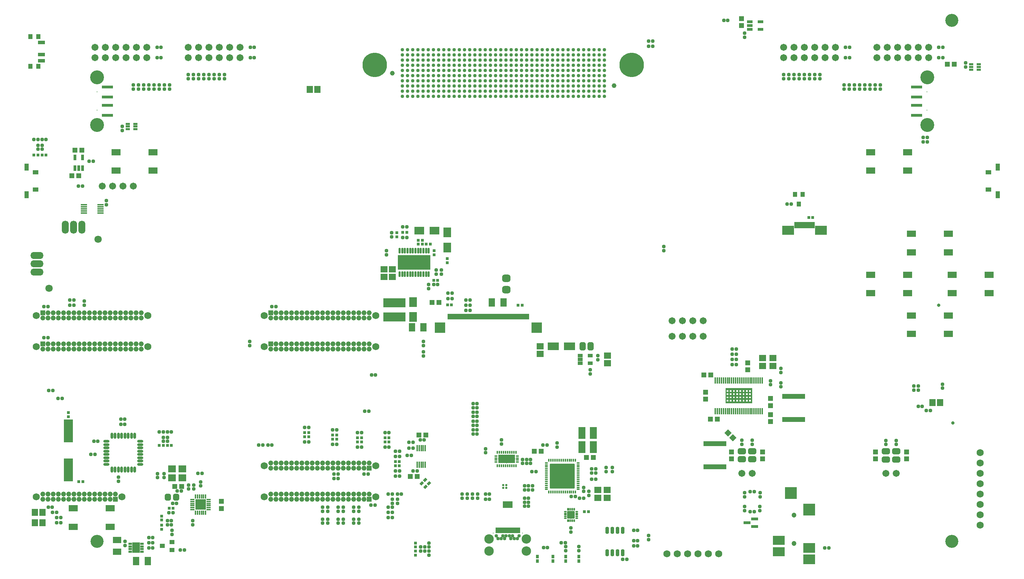
<source format=gts>
G04 Layer_Color=8388736*
%FSLAX24Y24*%
%MOIN*%
G70*
G01*
G75*
%ADD101C,0.0039*%
%ADD102C,0.1260*%
G04:AMPARAMS|DCode=164|XSize=33.6mil|YSize=31.6mil|CornerRadius=9.9mil|HoleSize=0mil|Usage=FLASHONLY|Rotation=180.000|XOffset=0mil|YOffset=0mil|HoleType=Round|Shape=RoundedRectangle|*
%AMROUNDEDRECTD164*
21,1,0.0336,0.0118,0,0,180.0*
21,1,0.0138,0.0316,0,0,180.0*
1,1,0.0198,-0.0069,0.0059*
1,1,0.0198,0.0069,0.0059*
1,1,0.0198,0.0069,-0.0059*
1,1,0.0198,-0.0069,-0.0059*
%
%ADD164ROUNDEDRECTD164*%
G04:AMPARAMS|DCode=165|XSize=33.6mil|YSize=31.6mil|CornerRadius=9.9mil|HoleSize=0mil|Usage=FLASHONLY|Rotation=90.000|XOffset=0mil|YOffset=0mil|HoleType=Round|Shape=RoundedRectangle|*
%AMROUNDEDRECTD165*
21,1,0.0336,0.0118,0,0,90.0*
21,1,0.0138,0.0316,0,0,90.0*
1,1,0.0198,0.0059,0.0069*
1,1,0.0198,0.0059,-0.0069*
1,1,0.0198,-0.0059,-0.0069*
1,1,0.0198,-0.0059,0.0069*
%
%ADD165ROUNDEDRECTD165*%
%ADD166R,0.0277X0.0316*%
%ADD167R,0.0316X0.0277*%
%ADD168R,0.0720X0.0940*%
%ADD169R,0.0940X0.0720*%
%ADD170R,0.0690X0.0297*%
%ADD171C,0.0332*%
G04:AMPARAMS|DCode=172|XSize=29.6mil|YSize=15.8mil|CornerRadius=5mil|HoleSize=0mil|Usage=FLASHONLY|Rotation=0.000|XOffset=0mil|YOffset=0mil|HoleType=Round|Shape=RoundedRectangle|*
%AMROUNDEDRECTD172*
21,1,0.0296,0.0059,0,0,0.0*
21,1,0.0197,0.0158,0,0,0.0*
1,1,0.0099,0.0098,-0.0030*
1,1,0.0099,-0.0098,-0.0030*
1,1,0.0099,-0.0098,0.0030*
1,1,0.0099,0.0098,0.0030*
%
%ADD172ROUNDEDRECTD172*%
G04:AMPARAMS|DCode=173|XSize=29.6mil|YSize=15.8mil|CornerRadius=5mil|HoleSize=0mil|Usage=FLASHONLY|Rotation=90.000|XOffset=0mil|YOffset=0mil|HoleType=Round|Shape=RoundedRectangle|*
%AMROUNDEDRECTD173*
21,1,0.0296,0.0059,0,0,90.0*
21,1,0.0197,0.0158,0,0,90.0*
1,1,0.0099,0.0030,0.0098*
1,1,0.0099,0.0030,-0.0098*
1,1,0.0099,-0.0030,-0.0098*
1,1,0.0099,-0.0030,0.0098*
%
%ADD173ROUNDEDRECTD173*%
G04:AMPARAMS|DCode=174|XSize=240.3mil|YSize=240.3mil|CornerRadius=6.3mil|HoleSize=0mil|Usage=FLASHONLY|Rotation=90.000|XOffset=0mil|YOffset=0mil|HoleType=Round|Shape=RoundedRectangle|*
%AMROUNDEDRECTD174*
21,1,0.2403,0.2276,0,0,90.0*
21,1,0.2276,0.2403,0,0,90.0*
1,1,0.0126,0.1138,0.1138*
1,1,0.0126,0.1138,-0.1138*
1,1,0.0126,-0.1138,-0.1138*
1,1,0.0126,-0.1138,0.1138*
%
%ADD174ROUNDEDRECTD174*%
%ADD175R,0.0210X0.0525*%
%ADD176R,0.0474X0.0513*%
%ADD177R,0.0907X0.0631*%
%ADD178R,0.0580X0.0434*%
%ADD179R,0.0395X0.0651*%
%ADD180R,0.0611X0.0808*%
%ADD181R,0.0592X0.0671*%
G04:AMPARAMS|DCode=182|XSize=78.9mil|YSize=71mil|CornerRadius=19.7mil|HoleSize=0mil|Usage=FLASHONLY|Rotation=180.000|XOffset=0mil|YOffset=0mil|HoleType=Round|Shape=RoundedRectangle|*
%AMROUNDEDRECTD182*
21,1,0.0789,0.0315,0,0,180.0*
21,1,0.0394,0.0710,0,0,180.0*
1,1,0.0395,-0.0197,0.0157*
1,1,0.0395,0.0197,0.0157*
1,1,0.0395,0.0197,-0.0157*
1,1,0.0395,-0.0197,-0.0157*
%
%ADD182ROUNDEDRECTD182*%
%ADD183R,0.0415X0.0474*%
%ADD184R,0.0415X0.0474*%
%ADD185R,0.0198X0.0631*%
%ADD186R,0.1123X0.0867*%
%ADD187R,0.0560X0.0316*%
%ADD188R,0.0513X0.0474*%
%ADD189R,0.0395X0.0217*%
%ADD190R,0.0670X0.0360*%
%ADD191R,0.0400X0.0470*%
%ADD192R,0.1064X0.0277*%
%ADD193O,0.0631X0.0158*%
%ADD194R,0.0316X0.0560*%
%ADD195R,0.0867X0.2245*%
%ADD196O,0.0592X0.0277*%
%ADD197O,0.0277X0.0592*%
%ADD198R,0.0808X0.0611*%
%ADD199R,0.0355X0.0198*%
%ADD200R,0.0729X0.1005*%
%ADD201R,0.0474X0.0415*%
%ADD202R,0.0474X0.0415*%
G04:AMPARAMS|DCode=203|XSize=67.1mil|YSize=59.2mil|CornerRadius=16.8mil|HoleSize=0mil|Usage=FLASHONLY|Rotation=90.000|XOffset=0mil|YOffset=0mil|HoleType=Round|Shape=RoundedRectangle|*
%AMROUNDEDRECTD203*
21,1,0.0671,0.0256,0,0,90.0*
21,1,0.0335,0.0592,0,0,90.0*
1,1,0.0336,0.0128,0.0167*
1,1,0.0336,0.0128,-0.0167*
1,1,0.0336,-0.0128,-0.0167*
1,1,0.0336,-0.0128,0.0167*
%
%ADD203ROUNDEDRECTD203*%
%ADD204O,0.0434X0.0158*%
%ADD205O,0.0158X0.0434*%
%ADD206R,0.1044X0.1044*%
%ADD207R,0.0749X0.0671*%
G04:AMPARAMS|DCode=208|XSize=27.6mil|YSize=33.5mil|CornerRadius=0mil|HoleSize=0mil|Usage=FLASHONLY|Rotation=135.000|XOffset=0mil|YOffset=0mil|HoleType=Round|Shape=Rectangle|*
%AMROTATEDRECTD208*
4,1,4,0.0216,0.0021,-0.0021,-0.0216,-0.0216,-0.0021,0.0021,0.0216,0.0216,0.0021,0.0*
%
%ADD208ROTATEDRECTD208*%

%ADD209R,0.0138X0.0611*%
G04:AMPARAMS|DCode=210|XSize=20.7mil|YSize=22.7mil|CornerRadius=6.4mil|HoleSize=0mil|Usage=FLASHONLY|Rotation=180.000|XOffset=0mil|YOffset=0mil|HoleType=Round|Shape=RoundedRectangle|*
%AMROUNDEDRECTD210*
21,1,0.0207,0.0098,0,0,180.0*
21,1,0.0079,0.0227,0,0,180.0*
1,1,0.0129,-0.0039,0.0049*
1,1,0.0129,0.0039,0.0049*
1,1,0.0129,0.0039,-0.0049*
1,1,0.0129,-0.0039,-0.0049*
%
%ADD210ROUNDEDRECTD210*%
%ADD211R,0.0109X0.0296*%
%ADD212R,0.0187X0.0296*%
%ADD213R,0.0138X0.0276*%
%ADD214R,0.1615X0.0827*%
%ADD215R,0.0276X0.0138*%
%ADD216R,0.0277X0.0356*%
G04:AMPARAMS|DCode=217|XSize=31.6mil|YSize=65.1mil|CornerRadius=6mil|HoleSize=0mil|Usage=FLASHONLY|Rotation=0.000|XOffset=0mil|YOffset=0mil|HoleType=Round|Shape=RoundedRectangle|*
%AMROUNDEDRECTD217*
21,1,0.0316,0.0531,0,0,0.0*
21,1,0.0196,0.0651,0,0,0.0*
1,1,0.0120,0.0098,-0.0265*
1,1,0.0120,-0.0098,-0.0265*
1,1,0.0120,-0.0098,0.0265*
1,1,0.0120,0.0098,0.0265*
%
%ADD217ROUNDEDRECTD217*%
G04:AMPARAMS|DCode=218|XSize=72.9mil|YSize=72.9mil|CornerRadius=5mil|HoleSize=0mil|Usage=FLASHONLY|Rotation=90.000|XOffset=0mil|YOffset=0mil|HoleType=Round|Shape=RoundedRectangle|*
%AMROUNDEDRECTD218*
21,1,0.0729,0.0629,0,0,90.0*
21,1,0.0629,0.0729,0,0,90.0*
1,1,0.0100,0.0315,0.0315*
1,1,0.0100,0.0315,-0.0315*
1,1,0.0100,-0.0315,-0.0315*
1,1,0.0100,-0.0315,0.0315*
%
%ADD218ROUNDEDRECTD218*%
G04:AMPARAMS|DCode=219|XSize=11.9mil|YSize=27.6mil|CornerRadius=4mil|HoleSize=0mil|Usage=FLASHONLY|Rotation=270.000|XOffset=0mil|YOffset=0mil|HoleType=Round|Shape=RoundedRectangle|*
%AMROUNDEDRECTD219*
21,1,0.0119,0.0197,0,0,270.0*
21,1,0.0039,0.0276,0,0,270.0*
1,1,0.0079,-0.0098,-0.0020*
1,1,0.0079,-0.0098,0.0020*
1,1,0.0079,0.0098,0.0020*
1,1,0.0079,0.0098,-0.0020*
%
%ADD219ROUNDEDRECTD219*%
G04:AMPARAMS|DCode=220|XSize=11.9mil|YSize=27.6mil|CornerRadius=4mil|HoleSize=0mil|Usage=FLASHONLY|Rotation=0.000|XOffset=0mil|YOffset=0mil|HoleType=Round|Shape=RoundedRectangle|*
%AMROUNDEDRECTD220*
21,1,0.0119,0.0197,0,0,0.0*
21,1,0.0039,0.0276,0,0,0.0*
1,1,0.0079,0.0020,-0.0098*
1,1,0.0079,-0.0020,-0.0098*
1,1,0.0079,-0.0020,0.0098*
1,1,0.0079,0.0020,0.0098*
%
%ADD220ROUNDEDRECTD220*%
%ADD221R,0.0671X0.0592*%
%ADD222R,0.0710X0.1143*%
G04:AMPARAMS|DCode=223|XSize=141.9mil|YSize=315.1mil|CornerRadius=8mil|HoleSize=0mil|Usage=FLASHONLY|Rotation=90.000|XOffset=0mil|YOffset=0mil|HoleType=Round|Shape=RoundedRectangle|*
%AMROUNDEDRECTD223*
21,1,0.1419,0.2991,0,0,90.0*
21,1,0.1258,0.3151,0,0,90.0*
1,1,0.0160,0.1495,0.0629*
1,1,0.0160,0.1495,-0.0629*
1,1,0.0160,-0.1495,-0.0629*
1,1,0.0160,-0.1495,0.0629*
%
%ADD223ROUNDEDRECTD223*%
G04:AMPARAMS|DCode=224|XSize=21.7mil|YSize=53.2mil|CornerRadius=5mil|HoleSize=0mil|Usage=FLASHONLY|Rotation=180.000|XOffset=0mil|YOffset=0mil|HoleType=Round|Shape=RoundedRectangle|*
%AMROUNDEDRECTD224*
21,1,0.0217,0.0433,0,0,180.0*
21,1,0.0118,0.0532,0,0,180.0*
1,1,0.0099,-0.0059,0.0217*
1,1,0.0099,0.0059,0.0217*
1,1,0.0099,0.0059,-0.0217*
1,1,0.0099,-0.0059,-0.0217*
%
%ADD224ROUNDEDRECTD224*%
%ADD225R,0.2167X0.0867*%
%ADD226R,0.0198X0.0552*%
%ADD227R,0.1025X0.1025*%
%ADD228R,0.0166X0.0635*%
G04:AMPARAMS|DCode=229|XSize=47.4mil|YSize=51.3mil|CornerRadius=0mil|HoleSize=0mil|Usage=FLASHONLY|Rotation=225.000|XOffset=0mil|YOffset=0mil|HoleType=Round|Shape=Rectangle|*
%AMROTATEDRECTD229*
4,1,4,-0.0014,0.0349,0.0349,-0.0014,0.0014,-0.0349,-0.0349,0.0014,-0.0014,0.0349,0.0*
%
%ADD229ROTATEDRECTD229*%

%ADD230R,0.2226X0.0513*%
G04:AMPARAMS|DCode=231|XSize=78.9mil|YSize=59.2mil|CornerRadius=16.8mil|HoleSize=0mil|Usage=FLASHONLY|Rotation=0.000|XOffset=0mil|YOffset=0mil|HoleType=Round|Shape=RoundedRectangle|*
%AMROUNDEDRECTD231*
21,1,0.0789,0.0256,0,0,0.0*
21,1,0.0453,0.0592,0,0,0.0*
1,1,0.0336,0.0226,-0.0128*
1,1,0.0336,-0.0226,-0.0128*
1,1,0.0336,-0.0226,0.0128*
1,1,0.0336,0.0226,0.0128*
%
%ADD231ROUNDEDRECTD231*%
%ADD232R,0.1182X0.0867*%
%ADD233R,0.1182X0.1182*%
%ADD234R,0.1182X0.0946*%
%ADD235R,0.1064X0.0749*%
G04:AMPARAMS|DCode=236|XSize=78.9mil|YSize=59.2mil|CornerRadius=16.8mil|HoleSize=0mil|Usage=FLASHONLY|Rotation=270.000|XOffset=0mil|YOffset=0mil|HoleType=Round|Shape=RoundedRectangle|*
%AMROUNDEDRECTD236*
21,1,0.0789,0.0256,0,0,270.0*
21,1,0.0453,0.0592,0,0,270.0*
1,1,0.0336,-0.0128,-0.0226*
1,1,0.0336,-0.0128,0.0226*
1,1,0.0336,0.0128,0.0226*
1,1,0.0336,0.0128,-0.0226*
%
%ADD236ROUNDEDRECTD236*%
%ADD237R,0.0513X0.0336*%
%ADD238C,0.0680*%
%ADD239C,0.0030*%
%ADD240C,0.2363*%
%ADD241C,0.0462*%
%ADD242C,0.0080*%
%ADD243C,0.0336*%
%ADD244C,0.0907*%
%ADD245C,0.0671*%
%ADD246C,0.1340*%
%ADD247C,0.0710*%
%ADD248O,0.0671X0.1261*%
%ADD249O,0.1261X0.0671*%
%ADD250C,0.0474*%
%ADD251C,0.0480*%
%ADD252R,0.0480X0.0480*%
%ADD253C,0.0330*%
%ADD254C,0.0277*%
%ADD255C,0.0260*%
%ADD256C,0.0118*%
G36*
X70235Y17294D02*
X70235Y17136D01*
X70235Y16984D01*
X70235Y16826D01*
X70235Y16674D01*
X70235Y16516D01*
X70235Y16364D01*
X70235Y16016D01*
X67665Y16016D01*
X67665Y16364D01*
X67665Y16516D01*
X67665Y16674D01*
X67665Y16826D01*
X67665Y16984D01*
X67665Y17136D01*
X67665Y17294D01*
X67665Y17484D01*
X70235Y17484D01*
X70235Y17294D01*
X70235Y17294D02*
G37*
G36*
X47103Y5925D02*
X46197Y5925D01*
X46197Y6575D01*
X47103Y6575D01*
X47103Y5925D01*
X47103Y5925D02*
G37*
%LPC*%
G36*
X68564Y16674D02*
X68406Y16674D01*
X68406Y16516D01*
X68564Y16516D01*
X68564Y16674D01*
X68564Y16674D02*
G37*
G36*
X68254Y16674D02*
X68096Y16674D01*
X68096Y16516D01*
X68254Y16516D01*
X68254Y16674D01*
X68254Y16674D02*
G37*
G36*
X67944Y16674D02*
X67786Y16674D01*
X67786Y16516D01*
X67944Y16516D01*
X67944Y16674D01*
X67944Y16674D02*
G37*
G36*
X68874Y16674D02*
X68716Y16674D01*
X68716Y16516D01*
X68874Y16516D01*
X68874Y16674D01*
X68874Y16674D02*
G37*
G36*
X69804Y16674D02*
X69646Y16674D01*
X69646Y16516D01*
X69804Y16516D01*
X69804Y16674D01*
X69804Y16674D02*
G37*
G36*
X69494Y16674D02*
X69336Y16674D01*
X69336Y16516D01*
X69494Y16516D01*
X69494Y16674D01*
X69494Y16674D02*
G37*
G36*
X69184Y16674D02*
X69026Y16674D01*
X69026Y16516D01*
X69184Y16516D01*
X69184Y16674D01*
X69184Y16674D02*
G37*
G36*
X70114Y16364D02*
X69956Y16364D01*
X69956Y16206D01*
X70114Y16206D01*
X70114Y16364D01*
X70114Y16364D02*
G37*
G36*
X68564Y16364D02*
X68406Y16364D01*
X68406Y16206D01*
X68564Y16206D01*
X68564Y16364D01*
X68564Y16364D02*
G37*
G36*
X68254Y16364D02*
X68096Y16364D01*
X68096Y16206D01*
X68254Y16206D01*
X68254Y16364D01*
X68254Y16364D02*
G37*
G36*
X67944Y16364D02*
X67786Y16364D01*
X67786Y16206D01*
X67944Y16206D01*
X67944Y16364D01*
X67944Y16364D02*
G37*
G36*
X68874Y16364D02*
X68716Y16364D01*
X68716Y16206D01*
X68874Y16206D01*
X68874Y16364D01*
X68874Y16364D02*
G37*
G36*
X69804Y16364D02*
X69646Y16364D01*
X69646Y16206D01*
X69804Y16206D01*
X69804Y16364D01*
X69804Y16364D02*
G37*
G36*
X69494Y16364D02*
X69336Y16364D01*
X69336Y16206D01*
X69494Y16206D01*
X69494Y16364D01*
X69494Y16364D02*
G37*
G36*
X69184Y16364D02*
X69026Y16364D01*
X69026Y16206D01*
X69184Y16206D01*
X69184Y16364D01*
X69184Y16364D02*
G37*
G36*
X68564Y17294D02*
X68406Y17294D01*
X68406Y17136D01*
X68564Y17136D01*
X68564Y17294D01*
X68564Y17294D02*
G37*
G36*
X68874Y17294D02*
X68716Y17294D01*
X68716Y17136D01*
X68874Y17136D01*
X68874Y17294D01*
X68874Y17294D02*
G37*
G36*
X67944Y17294D02*
X67786Y17294D01*
X67786Y17136D01*
X67944Y17136D01*
X67944Y17294D01*
X67944Y17294D02*
G37*
G36*
X68254Y17294D02*
X68096Y17294D01*
X68096Y17136D01*
X68254Y17136D01*
X68254Y17294D01*
X68254Y17294D02*
G37*
G36*
X69804Y17294D02*
X69646Y17294D01*
X69646Y17136D01*
X69804Y17136D01*
X69804Y17294D01*
X69804Y17294D02*
G37*
G36*
X70114Y17294D02*
X69956Y17294D01*
X69956Y17136D01*
X70114Y17136D01*
X70114Y17294D01*
X70114Y17294D02*
G37*
G36*
X69184Y17294D02*
X69026Y17294D01*
X69026Y17136D01*
X69184Y17136D01*
X69184Y17294D01*
X69184Y17294D02*
G37*
G36*
X69494Y17294D02*
X69336Y17294D01*
X69336Y17136D01*
X69494Y17136D01*
X69494Y17294D01*
X69494Y17294D02*
G37*
G36*
X70114Y16984D02*
X69956Y16984D01*
X69956Y16826D01*
X70114Y16826D01*
X70114Y16984D01*
X70114Y16984D02*
G37*
G36*
X68254Y16984D02*
X68096Y16984D01*
X68096Y16826D01*
X68254Y16826D01*
X68254Y16984D01*
X68254Y16984D02*
G37*
G36*
X68564Y16984D02*
X68406Y16984D01*
X68406Y16826D01*
X68564Y16826D01*
X68564Y16984D01*
X68564Y16984D02*
G37*
G36*
X70114Y16674D02*
X69956Y16674D01*
X69956Y16516D01*
X70114Y16516D01*
X70114Y16674D01*
X70114Y16674D02*
G37*
G36*
X67944Y16984D02*
X67786Y16984D01*
X67786Y16826D01*
X67944Y16826D01*
X67944Y16984D01*
X67944Y16984D02*
G37*
G36*
X69494Y16984D02*
X69336Y16984D01*
X69336Y16826D01*
X69494Y16826D01*
X69494Y16984D01*
X69494Y16984D02*
G37*
G36*
X69804Y16984D02*
X69646Y16984D01*
X69646Y16826D01*
X69804Y16826D01*
X69804Y16984D01*
X69804Y16984D02*
G37*
G36*
X68874Y16984D02*
X68716Y16984D01*
X68716Y16826D01*
X68874Y16826D01*
X68874Y16984D01*
X68874Y16984D02*
G37*
G36*
X69184Y16984D02*
X69026Y16984D01*
X69026Y16826D01*
X69184Y16826D01*
X69184Y16984D01*
X69184Y16984D02*
G37*
%LPD*%
D101*
X950Y50580D02*
D03*
X950Y49400D02*
D03*
D102*
X89500Y2700D02*
D03*
X89500Y53000D02*
D03*
X7000Y2700D02*
D03*
D164*
X43750Y7250D02*
D03*
X43750Y6856D02*
D03*
X49055Y8051D02*
D03*
X49055Y7657D02*
D03*
X71000Y7000D02*
D03*
X71000Y7394D02*
D03*
X70997Y6052D02*
D03*
X70997Y5659D02*
D03*
X70260Y12461D02*
D03*
X70260Y12067D02*
D03*
X69260Y12461D02*
D03*
X69260Y12067D02*
D03*
X83149Y12447D02*
D03*
X83149Y12053D02*
D03*
X84149Y12447D02*
D03*
X84149Y12053D02*
D03*
X21750Y21606D02*
D03*
X21750Y22000D02*
D03*
X88630Y17488D02*
D03*
X88630Y17881D02*
D03*
X85854Y17291D02*
D03*
X85854Y17685D02*
D03*
X86268Y17291D02*
D03*
X86268Y17685D02*
D03*
X69500Y51750D02*
D03*
X69500Y51356D02*
D03*
X90850Y48500D02*
D03*
X90850Y48894D02*
D03*
X82601Y46356D02*
D03*
X82601Y46750D02*
D03*
X82101Y46750D02*
D03*
X82101Y46356D02*
D03*
X81601Y46356D02*
D03*
X81601Y46750D02*
D03*
X81101Y46750D02*
D03*
X81101Y46356D02*
D03*
X80601Y46356D02*
D03*
X80601Y46750D02*
D03*
X80101Y46750D02*
D03*
X80101Y46356D02*
D03*
X79601Y46356D02*
D03*
X79601Y46750D02*
D03*
X79101Y46750D02*
D03*
X79101Y46356D02*
D03*
X76782Y47356D02*
D03*
X76782Y47750D02*
D03*
X76282Y47750D02*
D03*
X76282Y47356D02*
D03*
X75282Y47750D02*
D03*
X75282Y47356D02*
D03*
X75782Y47356D02*
D03*
X75782Y47750D02*
D03*
X74782Y47356D02*
D03*
X74782Y47750D02*
D03*
X74282Y47750D02*
D03*
X74282Y47356D02*
D03*
X73282Y47750D02*
D03*
X73282Y47356D02*
D03*
X73782Y47356D02*
D03*
X73782Y47750D02*
D03*
X14000Y46356D02*
D03*
X14000Y46750D02*
D03*
X13500Y46750D02*
D03*
X13500Y46356D02*
D03*
X13000Y46356D02*
D03*
X13000Y46750D02*
D03*
X12500Y46750D02*
D03*
X12500Y46356D02*
D03*
X12000Y46356D02*
D03*
X12000Y46750D02*
D03*
X11500Y46750D02*
D03*
X11500Y46356D02*
D03*
X11000Y46356D02*
D03*
X11000Y46750D02*
D03*
X10500Y46750D02*
D03*
X10500Y46356D02*
D03*
X15819Y47750D02*
D03*
X15819Y47356D02*
D03*
X16319Y47356D02*
D03*
X16319Y47750D02*
D03*
X16819Y47750D02*
D03*
X16819Y47356D02*
D03*
X17319Y47356D02*
D03*
X17319Y47750D02*
D03*
X17819Y47750D02*
D03*
X17819Y47356D02*
D03*
X18319Y47356D02*
D03*
X18319Y47750D02*
D03*
X18819Y47750D02*
D03*
X18819Y47356D02*
D03*
X19319Y47356D02*
D03*
X19319Y47750D02*
D03*
X1300Y40947D02*
D03*
X1300Y40553D02*
D03*
X1700Y40947D02*
D03*
X1700Y40553D02*
D03*
X9450Y42750D02*
D03*
X9450Y42356D02*
D03*
X7900Y35600D02*
D03*
X7900Y35206D02*
D03*
X5776Y25500D02*
D03*
X5776Y25894D02*
D03*
X9078Y8900D02*
D03*
X9078Y8506D02*
D03*
X13800Y12744D02*
D03*
X13800Y12350D02*
D03*
X13400Y12744D02*
D03*
X13400Y12350D02*
D03*
X9700Y2300D02*
D03*
X9700Y2694D02*
D03*
X14250Y3356D02*
D03*
X14250Y3750D02*
D03*
X16250Y4306D02*
D03*
X16250Y4700D02*
D03*
X17000Y8053D02*
D03*
X17000Y8447D02*
D03*
X12853Y9247D02*
D03*
X12853Y8853D02*
D03*
X13497Y9247D02*
D03*
X13497Y8853D02*
D03*
X16350Y7750D02*
D03*
X16350Y8144D02*
D03*
X15850Y7750D02*
D03*
X15850Y8144D02*
D03*
X29276Y4450D02*
D03*
X29276Y4844D02*
D03*
X28776Y4450D02*
D03*
X28776Y4844D02*
D03*
X28776Y6000D02*
D03*
X28776Y5606D02*
D03*
X29276Y6000D02*
D03*
X29276Y5606D02*
D03*
X30276Y6000D02*
D03*
X30276Y5606D02*
D03*
X30776Y6000D02*
D03*
X30776Y5606D02*
D03*
X30776Y4450D02*
D03*
X30776Y4844D02*
D03*
X30276Y4450D02*
D03*
X30276Y4844D02*
D03*
X31776Y4450D02*
D03*
X31776Y4844D02*
D03*
X32276Y4450D02*
D03*
X32276Y4844D02*
D03*
X31776Y6000D02*
D03*
X31776Y5606D02*
D03*
X32276Y6000D02*
D03*
X32276Y5606D02*
D03*
X35500Y6750D02*
D03*
X35500Y6356D02*
D03*
X36000Y6750D02*
D03*
X36000Y6356D02*
D03*
X39057Y1356D02*
D03*
X39057Y1750D02*
D03*
X39057Y2544D02*
D03*
X39057Y2150D02*
D03*
X42250Y7250D02*
D03*
X42250Y6856D02*
D03*
X42750Y7250D02*
D03*
X42750Y6856D02*
D03*
X43250Y7250D02*
D03*
X43250Y6856D02*
D03*
X48268Y8051D02*
D03*
X48268Y7657D02*
D03*
X48661Y7657D02*
D03*
X48661Y8051D02*
D03*
X48071Y10610D02*
D03*
X48071Y10217D02*
D03*
X48465Y10217D02*
D03*
X48465Y10610D02*
D03*
X48858Y10217D02*
D03*
X48858Y10610D02*
D03*
X46058Y12100D02*
D03*
X46058Y12494D02*
D03*
X44500Y11250D02*
D03*
X44500Y11644D02*
D03*
X53500Y1803D02*
D03*
X53500Y2197D02*
D03*
X52250Y1803D02*
D03*
X52250Y2197D02*
D03*
X60250Y2856D02*
D03*
X60250Y3250D02*
D03*
X52750Y4000D02*
D03*
X52750Y3606D02*
D03*
X54488Y7520D02*
D03*
X54488Y7126D02*
D03*
X53976Y7913D02*
D03*
X53976Y7520D02*
D03*
X56732Y9429D02*
D03*
X56732Y9823D02*
D03*
X56142Y9429D02*
D03*
X56142Y9823D02*
D03*
X51417Y12185D02*
D03*
X51417Y11791D02*
D03*
X34935Y30356D02*
D03*
X34935Y30750D02*
D03*
X35447Y32089D02*
D03*
X35447Y32482D02*
D03*
X39750Y28894D02*
D03*
X39750Y28500D02*
D03*
X40250Y28894D02*
D03*
X40250Y28500D02*
D03*
X39000Y27106D02*
D03*
X39000Y27500D02*
D03*
X38500Y21000D02*
D03*
X38500Y20606D02*
D03*
X38500Y22000D02*
D03*
X38500Y21606D02*
D03*
X61721Y31173D02*
D03*
X61721Y30779D02*
D03*
X69500Y6052D02*
D03*
X69500Y5659D02*
D03*
X69503Y7000D02*
D03*
X69503Y7394D02*
D03*
X73011Y19407D02*
D03*
X73011Y19014D02*
D03*
X73011Y17620D02*
D03*
X73011Y18014D02*
D03*
X72011Y17817D02*
D03*
X72011Y18211D02*
D03*
X55356Y20238D02*
D03*
X55356Y20632D02*
D03*
X54600Y18856D02*
D03*
X54600Y19250D02*
D03*
D165*
X48661Y6870D02*
D03*
X48268Y6870D02*
D03*
X50433Y11988D02*
D03*
X50039Y11988D02*
D03*
X49370Y9429D02*
D03*
X48976Y9429D02*
D03*
X2697Y6000D02*
D03*
X2303Y6000D02*
D03*
X38597Y12500D02*
D03*
X38203Y12500D02*
D03*
X37900Y9500D02*
D03*
X37506Y9500D02*
D03*
X7097Y12352D02*
D03*
X6703Y12352D02*
D03*
X87150Y41700D02*
D03*
X86756Y41700D02*
D03*
X48661Y6083D02*
D03*
X48268Y6083D02*
D03*
X79263Y49400D02*
D03*
X79657Y49400D02*
D03*
X79263Y50400D02*
D03*
X79657Y50400D02*
D03*
X12800Y49400D02*
D03*
X13194Y49400D02*
D03*
X12800Y50400D02*
D03*
X13194Y50400D02*
D03*
X3106Y5500D02*
D03*
X2713Y5500D02*
D03*
X88263Y50400D02*
D03*
X88657Y50400D02*
D03*
X88263Y49400D02*
D03*
X88657Y49400D02*
D03*
X21800Y50400D02*
D03*
X22194Y50400D02*
D03*
X21800Y49400D02*
D03*
X22194Y49400D02*
D03*
X77644Y2052D02*
D03*
X77250Y2052D02*
D03*
X6406Y11093D02*
D03*
X6800Y11093D02*
D03*
X23882Y25350D02*
D03*
X24276Y25350D02*
D03*
X33500Y18750D02*
D03*
X33894Y18750D02*
D03*
X3250Y16500D02*
D03*
X3644Y16500D02*
D03*
X2750Y17250D02*
D03*
X2356Y17250D02*
D03*
X74000Y35250D02*
D03*
X73606Y35250D02*
D03*
X87150Y41250D02*
D03*
X86756Y41250D02*
D03*
X86661Y15736D02*
D03*
X86268Y15736D02*
D03*
X87449Y15322D02*
D03*
X87055Y15322D02*
D03*
X67500Y53000D02*
D03*
X67894Y53000D02*
D03*
X60644Y50500D02*
D03*
X60250Y50500D02*
D03*
X60644Y51000D02*
D03*
X60250Y51000D02*
D03*
X906Y41500D02*
D03*
X1300Y41500D02*
D03*
X2094Y41500D02*
D03*
X1700Y41500D02*
D03*
X6250Y39400D02*
D03*
X6644Y39400D02*
D03*
X5624Y37000D02*
D03*
X5230Y37000D02*
D03*
X4382Y26000D02*
D03*
X4776Y26000D02*
D03*
X4382Y25500D02*
D03*
X4776Y25500D02*
D03*
X1882Y25350D02*
D03*
X2276Y25350D02*
D03*
X1882Y22350D02*
D03*
X2276Y22350D02*
D03*
X9697Y14500D02*
D03*
X9303Y14500D02*
D03*
X9697Y14000D02*
D03*
X9303Y14000D02*
D03*
X13006Y13250D02*
D03*
X13400Y13250D02*
D03*
X14194Y13250D02*
D03*
X13800Y13250D02*
D03*
X3106Y4500D02*
D03*
X3500Y4500D02*
D03*
X3106Y5000D02*
D03*
X3500Y5000D02*
D03*
X15050Y1876D02*
D03*
X15444Y1876D02*
D03*
X12003Y3050D02*
D03*
X12397Y3050D02*
D03*
X12397Y2550D02*
D03*
X12003Y2550D02*
D03*
X12003Y2050D02*
D03*
X12397Y2050D02*
D03*
X13803Y4300D02*
D03*
X14197Y4300D02*
D03*
X13803Y4700D02*
D03*
X14197Y4700D02*
D03*
X14347Y5450D02*
D03*
X13953Y5450D02*
D03*
X14697Y6350D02*
D03*
X14303Y6350D02*
D03*
X17144Y9250D02*
D03*
X16750Y9250D02*
D03*
X15150Y7550D02*
D03*
X14756Y7550D02*
D03*
X33844Y6200D02*
D03*
X33450Y6200D02*
D03*
X35106Y5000D02*
D03*
X35500Y5000D02*
D03*
X35106Y5500D02*
D03*
X35500Y5500D02*
D03*
X35106Y6000D02*
D03*
X35500Y6000D02*
D03*
X35106Y7250D02*
D03*
X35500Y7250D02*
D03*
X36394Y7250D02*
D03*
X36000Y7250D02*
D03*
X29882Y8750D02*
D03*
X30276Y8750D02*
D03*
X30276Y9200D02*
D03*
X29882Y9200D02*
D03*
X33170Y9200D02*
D03*
X32776Y9200D02*
D03*
X38654Y2150D02*
D03*
X38260Y2150D02*
D03*
X38654Y1750D02*
D03*
X38260Y1750D02*
D03*
X36200Y9000D02*
D03*
X35806Y9000D02*
D03*
X35806Y9500D02*
D03*
X36200Y9500D02*
D03*
X36956Y11000D02*
D03*
X37350Y11000D02*
D03*
X36200Y10900D02*
D03*
X35806Y10900D02*
D03*
X27444Y12300D02*
D03*
X27050Y12300D02*
D03*
X27444Y13700D02*
D03*
X27050Y13700D02*
D03*
X23000Y12000D02*
D03*
X22606Y12000D02*
D03*
X23500Y12000D02*
D03*
X23894Y12000D02*
D03*
X33250Y15250D02*
D03*
X32856Y15250D02*
D03*
X32544Y11800D02*
D03*
X32150Y11800D02*
D03*
X32544Y13200D02*
D03*
X32150Y13200D02*
D03*
X30137Y12050D02*
D03*
X29744Y12050D02*
D03*
X30137Y13450D02*
D03*
X29744Y13450D02*
D03*
X35194Y13185D02*
D03*
X34800Y13185D02*
D03*
X35194Y11785D02*
D03*
X34800Y11785D02*
D03*
X35806Y11400D02*
D03*
X36200Y11400D02*
D03*
X37106Y12250D02*
D03*
X37500Y12250D02*
D03*
X37106Y11707D02*
D03*
X37500Y11707D02*
D03*
X44894Y7250D02*
D03*
X44500Y7250D02*
D03*
X44500Y6750D02*
D03*
X44894Y6750D02*
D03*
X48268Y6476D02*
D03*
X48661Y6476D02*
D03*
X43697Y13050D02*
D03*
X43303Y13050D02*
D03*
X43697Y13450D02*
D03*
X43303Y13450D02*
D03*
X43697Y13900D02*
D03*
X43303Y13900D02*
D03*
X43697Y14300D02*
D03*
X43303Y14300D02*
D03*
X43697Y14750D02*
D03*
X43303Y14750D02*
D03*
X43697Y15150D02*
D03*
X43303Y15150D02*
D03*
X43697Y15600D02*
D03*
X43303Y15600D02*
D03*
X43697Y16000D02*
D03*
X43303Y16000D02*
D03*
X51806Y2550D02*
D03*
X52200Y2550D02*
D03*
X50103Y2100D02*
D03*
X50497Y2100D02*
D03*
X57750Y950D02*
D03*
X58144Y950D02*
D03*
X59197Y2250D02*
D03*
X58803Y2250D02*
D03*
X59197Y2750D02*
D03*
X58803Y2750D02*
D03*
X59197Y3750D02*
D03*
X58803Y3750D02*
D03*
X52795Y7028D02*
D03*
X53189Y7028D02*
D03*
X53583Y6870D02*
D03*
X53976Y6870D02*
D03*
X55157Y8701D02*
D03*
X54764Y8701D02*
D03*
X55157Y9685D02*
D03*
X54764Y9685D02*
D03*
X55157Y9291D02*
D03*
X54764Y9291D02*
D03*
X39894Y27500D02*
D03*
X39500Y27500D02*
D03*
X36530Y33053D02*
D03*
X36923Y33053D02*
D03*
X36530Y32030D02*
D03*
X36923Y32030D02*
D03*
X42606Y25000D02*
D03*
X43000Y25000D02*
D03*
X42606Y25500D02*
D03*
X43000Y25500D02*
D03*
X43000Y26000D02*
D03*
X42606Y26000D02*
D03*
X40880Y26144D02*
D03*
X41274Y26144D02*
D03*
X40896Y26656D02*
D03*
X41289Y26656D02*
D03*
X70444Y5552D02*
D03*
X70050Y5552D02*
D03*
X70447Y7500D02*
D03*
X70053Y7500D02*
D03*
X68314Y19764D02*
D03*
X68708Y19764D02*
D03*
X68314Y20264D02*
D03*
X68708Y20264D02*
D03*
X68314Y20764D02*
D03*
X68708Y20764D02*
D03*
X68314Y21264D02*
D03*
X68708Y21264D02*
D03*
D166*
X48032Y25500D02*
D03*
X47638Y25500D02*
D03*
X35800Y10000D02*
D03*
X36194Y10000D02*
D03*
X35800Y10400D02*
D03*
X36194Y10400D02*
D03*
X34800Y12285D02*
D03*
X35194Y12285D02*
D03*
X34800Y12685D02*
D03*
X35194Y12685D02*
D03*
X32150Y12300D02*
D03*
X32544Y12300D02*
D03*
X32150Y12700D02*
D03*
X32544Y12700D02*
D03*
X29750Y12550D02*
D03*
X30144Y12550D02*
D03*
X29750Y12950D02*
D03*
X30144Y12950D02*
D03*
X27050Y12800D02*
D03*
X27444Y12800D02*
D03*
X27050Y13200D02*
D03*
X27444Y13200D02*
D03*
X75703Y33950D02*
D03*
X76097Y33950D02*
D03*
X39500Y27900D02*
D03*
X39894Y27900D02*
D03*
X36530Y32541D02*
D03*
X36923Y32541D02*
D03*
X38006Y31774D02*
D03*
X38400Y31774D02*
D03*
X38774Y31390D02*
D03*
X39167Y31390D02*
D03*
X38006Y31390D02*
D03*
X38400Y31390D02*
D03*
X41230Y25530D02*
D03*
X40837Y25530D02*
D03*
X14362Y5900D02*
D03*
X13969Y5900D02*
D03*
X5250Y8480D02*
D03*
X5644Y8480D02*
D03*
X1700Y40000D02*
D03*
X2094Y40000D02*
D03*
X1300Y40000D02*
D03*
X906Y40000D02*
D03*
X13800Y11950D02*
D03*
X14194Y11950D02*
D03*
X13400Y11950D02*
D03*
X13006Y11950D02*
D03*
X54038Y5565D02*
D03*
X54432Y5565D02*
D03*
D167*
X40821Y29982D02*
D03*
X40821Y29589D02*
D03*
X35959Y32089D02*
D03*
X35959Y32482D02*
D03*
X39541Y30356D02*
D03*
X39541Y30750D02*
D03*
X4250Y14730D02*
D03*
X4250Y15124D02*
D03*
X37757Y1750D02*
D03*
X37757Y1356D02*
D03*
X37757Y2150D02*
D03*
X37757Y2544D02*
D03*
X13250Y4250D02*
D03*
X13250Y3856D02*
D03*
X13250Y4750D02*
D03*
X13250Y5144D02*
D03*
D168*
X37500Y25810D02*
D03*
X37500Y24350D02*
D03*
X40821Y31081D02*
D03*
X40821Y32541D02*
D03*
D169*
X39580Y32700D02*
D03*
X38120Y32700D02*
D03*
D170*
X69750Y4500D02*
D03*
X70478Y4874D02*
D03*
X70478Y4126D02*
D03*
D171*
X36469Y50150D02*
D03*
X36969Y50150D02*
D03*
X37469Y50150D02*
D03*
X37969Y50150D02*
D03*
X38469Y50150D02*
D03*
X38969Y50150D02*
D03*
X39469Y50150D02*
D03*
X39969Y50150D02*
D03*
X40469Y50150D02*
D03*
X40969Y50150D02*
D03*
X41469Y50150D02*
D03*
X41969Y50150D02*
D03*
X42469Y50150D02*
D03*
X42969Y50150D02*
D03*
X43469Y50150D02*
D03*
X43969Y50150D02*
D03*
X44469Y50150D02*
D03*
X44969Y50150D02*
D03*
X45469Y50150D02*
D03*
X45969Y50150D02*
D03*
X46469Y50150D02*
D03*
X46969Y50150D02*
D03*
X47469Y50150D02*
D03*
X47969Y50150D02*
D03*
X48469Y50150D02*
D03*
X48969Y50150D02*
D03*
X49469Y50150D02*
D03*
X49969Y50150D02*
D03*
X50469Y50150D02*
D03*
X50969Y50150D02*
D03*
X51469Y50150D02*
D03*
X51969Y50150D02*
D03*
X52469Y50150D02*
D03*
X52969Y50150D02*
D03*
X53469Y50150D02*
D03*
X53969Y50150D02*
D03*
X54469Y50150D02*
D03*
X54969Y50150D02*
D03*
X55469Y50150D02*
D03*
X55969Y50150D02*
D03*
X36469Y49650D02*
D03*
X36969Y49650D02*
D03*
X37469Y49650D02*
D03*
X37969Y49650D02*
D03*
X38469Y49650D02*
D03*
X38969Y49650D02*
D03*
X39469Y49650D02*
D03*
X39969Y49650D02*
D03*
X40469Y49650D02*
D03*
X40969Y49650D02*
D03*
X41469Y49650D02*
D03*
X41969Y49650D02*
D03*
X42469Y49650D02*
D03*
X42969Y49650D02*
D03*
X43469Y49650D02*
D03*
X43969Y49650D02*
D03*
X44469Y49650D02*
D03*
X44969Y49650D02*
D03*
X45469Y49650D02*
D03*
X45969Y49650D02*
D03*
X46469Y49650D02*
D03*
X46969Y49650D02*
D03*
X47469Y49650D02*
D03*
X47969Y49650D02*
D03*
X48469Y49650D02*
D03*
X48969Y49650D02*
D03*
X49469Y49650D02*
D03*
X49969Y49650D02*
D03*
X50469Y49650D02*
D03*
X50969Y49650D02*
D03*
X51469Y49650D02*
D03*
X51969Y49650D02*
D03*
X52469Y49650D02*
D03*
X52969Y49650D02*
D03*
X53469Y49650D02*
D03*
X53969Y49650D02*
D03*
X54469Y49650D02*
D03*
X54969Y49650D02*
D03*
X55469Y49650D02*
D03*
X55969Y49650D02*
D03*
X36469Y49150D02*
D03*
X36969Y49150D02*
D03*
X37469Y49150D02*
D03*
X37969Y49150D02*
D03*
X38469Y49150D02*
D03*
X38969Y49150D02*
D03*
X39469Y49150D02*
D03*
X39969Y49150D02*
D03*
X40469Y49150D02*
D03*
X40969Y49150D02*
D03*
X41469Y49150D02*
D03*
X41969Y49150D02*
D03*
X42469Y49150D02*
D03*
X42969Y49150D02*
D03*
X43469Y49150D02*
D03*
X43969Y49150D02*
D03*
X44469Y49150D02*
D03*
X44969Y49150D02*
D03*
X45469Y49150D02*
D03*
X45969Y49150D02*
D03*
X46469Y49150D02*
D03*
X46969Y49150D02*
D03*
X47469Y49150D02*
D03*
X47969Y49150D02*
D03*
X48469Y49150D02*
D03*
X48969Y49150D02*
D03*
X49469Y49150D02*
D03*
X49969Y49150D02*
D03*
X50469Y49150D02*
D03*
X50969Y49150D02*
D03*
X51469Y49150D02*
D03*
X51969Y49150D02*
D03*
X52469Y49150D02*
D03*
X52969Y49150D02*
D03*
X53469Y49150D02*
D03*
X53969Y49150D02*
D03*
X54469Y49150D02*
D03*
X54969Y49150D02*
D03*
X55469Y49150D02*
D03*
X55969Y49150D02*
D03*
X36469Y48650D02*
D03*
X36969Y48650D02*
D03*
X37469Y48650D02*
D03*
X37969Y48650D02*
D03*
X38469Y48650D02*
D03*
X38969Y48650D02*
D03*
X39469Y48650D02*
D03*
X39969Y48650D02*
D03*
X40469Y48650D02*
D03*
X40969Y48650D02*
D03*
X41469Y48650D02*
D03*
X41969Y48650D02*
D03*
X42469Y48650D02*
D03*
X42969Y48650D02*
D03*
X43469Y48650D02*
D03*
X43969Y48650D02*
D03*
X44469Y48650D02*
D03*
X44969Y48650D02*
D03*
X45469Y48650D02*
D03*
X45969Y48650D02*
D03*
X46469Y48650D02*
D03*
X46969Y48650D02*
D03*
X47469Y48650D02*
D03*
X47969Y48650D02*
D03*
X48469Y48650D02*
D03*
X48969Y48650D02*
D03*
X49469Y48650D02*
D03*
X49969Y48650D02*
D03*
X50469Y48650D02*
D03*
X50969Y48650D02*
D03*
X51469Y48650D02*
D03*
X51969Y48650D02*
D03*
X52469Y48650D02*
D03*
X52969Y48650D02*
D03*
X53469Y48650D02*
D03*
X53969Y48650D02*
D03*
X54469Y48650D02*
D03*
X54969Y48650D02*
D03*
X55469Y48650D02*
D03*
X55969Y48650D02*
D03*
X55969Y47150D02*
D03*
X36469Y48150D02*
D03*
X36969Y48150D02*
D03*
X37469Y48150D02*
D03*
X37969Y48150D02*
D03*
X38469Y48150D02*
D03*
X38969Y48150D02*
D03*
X39469Y48150D02*
D03*
X39969Y48150D02*
D03*
X40469Y48150D02*
D03*
X40969Y48150D02*
D03*
X41469Y48150D02*
D03*
X41969Y48150D02*
D03*
X42469Y48150D02*
D03*
X42969Y48150D02*
D03*
X43469Y48150D02*
D03*
X43969Y48150D02*
D03*
X44469Y48150D02*
D03*
X44969Y48150D02*
D03*
X45469Y48150D02*
D03*
X45969Y48150D02*
D03*
X46469Y48150D02*
D03*
X46969Y48150D02*
D03*
X47469Y48150D02*
D03*
X47969Y48150D02*
D03*
X48469Y48150D02*
D03*
X48969Y48150D02*
D03*
X49469Y48150D02*
D03*
X49969Y48150D02*
D03*
X50469Y48150D02*
D03*
X50969Y48150D02*
D03*
X51469Y48150D02*
D03*
X51969Y48150D02*
D03*
X52469Y48150D02*
D03*
X52969Y48150D02*
D03*
X53469Y48150D02*
D03*
X53969Y48150D02*
D03*
X54469Y48150D02*
D03*
X54969Y48150D02*
D03*
X55469Y48150D02*
D03*
X55969Y48150D02*
D03*
X36469Y47650D02*
D03*
X36969Y47650D02*
D03*
X37469Y47650D02*
D03*
X37969Y47650D02*
D03*
X38469Y47650D02*
D03*
X38969Y47650D02*
D03*
X39469Y47650D02*
D03*
X39969Y47650D02*
D03*
X40469Y47650D02*
D03*
X40969Y47650D02*
D03*
X41469Y47650D02*
D03*
X41969Y47650D02*
D03*
X42469Y47650D02*
D03*
X42969Y47650D02*
D03*
X43469Y47650D02*
D03*
X43969Y47650D02*
D03*
X44469Y47650D02*
D03*
X44969Y47650D02*
D03*
X45469Y47650D02*
D03*
X45969Y47650D02*
D03*
X46469Y47650D02*
D03*
X46969Y47650D02*
D03*
X47469Y47650D02*
D03*
X47969Y47650D02*
D03*
X48469Y47650D02*
D03*
X48969Y47650D02*
D03*
X49469Y47650D02*
D03*
X49969Y47650D02*
D03*
X50469Y47650D02*
D03*
X50969Y47650D02*
D03*
X51469Y47650D02*
D03*
X51969Y47650D02*
D03*
X52469Y47650D02*
D03*
X52969Y47650D02*
D03*
X53469Y47650D02*
D03*
X53969Y47650D02*
D03*
X54469Y47650D02*
D03*
X54969Y47650D02*
D03*
X55469Y47650D02*
D03*
X55969Y47650D02*
D03*
X36469Y47150D02*
D03*
X36969Y47150D02*
D03*
X37469Y47150D02*
D03*
X37969Y47150D02*
D03*
X38469Y47150D02*
D03*
X38969Y47150D02*
D03*
X39469Y47150D02*
D03*
X39969Y47150D02*
D03*
X40469Y47150D02*
D03*
X40969Y47150D02*
D03*
X41469Y47150D02*
D03*
X41969Y47150D02*
D03*
X42469Y47150D02*
D03*
X42969Y47150D02*
D03*
X43469Y47150D02*
D03*
X43969Y47150D02*
D03*
X44469Y47150D02*
D03*
X44969Y47150D02*
D03*
X45469Y47150D02*
D03*
X45969Y47150D02*
D03*
X46469Y47150D02*
D03*
X46969Y47150D02*
D03*
X47469Y47150D02*
D03*
X47969Y47150D02*
D03*
X48469Y47150D02*
D03*
X48969Y47150D02*
D03*
X49469Y47150D02*
D03*
X49969Y47150D02*
D03*
X50469Y47150D02*
D03*
X50969Y47150D02*
D03*
X51469Y47150D02*
D03*
X51969Y47150D02*
D03*
X52469Y47150D02*
D03*
X52969Y47150D02*
D03*
X53469Y47150D02*
D03*
X53969Y47150D02*
D03*
X54469Y47150D02*
D03*
X54969Y47150D02*
D03*
X55469Y47150D02*
D03*
X36469Y46650D02*
D03*
X36969Y46650D02*
D03*
X37469Y46650D02*
D03*
X37969Y46650D02*
D03*
X38469Y46650D02*
D03*
X38969Y46650D02*
D03*
X39469Y46650D02*
D03*
X39969Y46650D02*
D03*
X40469Y46650D02*
D03*
X40969Y46650D02*
D03*
X41469Y46650D02*
D03*
X41969Y46650D02*
D03*
X42469Y46650D02*
D03*
X42969Y46650D02*
D03*
X43469Y46650D02*
D03*
X43969Y46650D02*
D03*
X44469Y46650D02*
D03*
X44969Y46650D02*
D03*
X45469Y46650D02*
D03*
X45969Y46650D02*
D03*
X46469Y46650D02*
D03*
X46969Y46650D02*
D03*
X47469Y46650D02*
D03*
X47969Y46650D02*
D03*
X48469Y46650D02*
D03*
X48969Y46650D02*
D03*
X49469Y46650D02*
D03*
X49969Y46650D02*
D03*
X50469Y46650D02*
D03*
X50969Y46650D02*
D03*
X51469Y46650D02*
D03*
X51969Y46650D02*
D03*
X52469Y46650D02*
D03*
X52969Y46650D02*
D03*
X53469Y46650D02*
D03*
X53969Y46650D02*
D03*
X54469Y46650D02*
D03*
X54969Y46650D02*
D03*
X55469Y46650D02*
D03*
X55969Y46650D02*
D03*
X36469Y46150D02*
D03*
X36969Y46150D02*
D03*
X37469Y46150D02*
D03*
X37969Y46150D02*
D03*
X38469Y46150D02*
D03*
X38969Y46150D02*
D03*
X39469Y46150D02*
D03*
X39969Y46150D02*
D03*
X40469Y46150D02*
D03*
X40969Y46150D02*
D03*
X41469Y46150D02*
D03*
X41969Y46150D02*
D03*
X42469Y46150D02*
D03*
X42969Y46150D02*
D03*
X43469Y46150D02*
D03*
X43969Y46150D02*
D03*
X44469Y46150D02*
D03*
X44969Y46150D02*
D03*
X45469Y46150D02*
D03*
X45969Y46150D02*
D03*
X46469Y46150D02*
D03*
X46969Y46150D02*
D03*
X47469Y46150D02*
D03*
X47969Y46150D02*
D03*
X48469Y46150D02*
D03*
X48969Y46150D02*
D03*
X49469Y46150D02*
D03*
X49969Y46150D02*
D03*
X50469Y46150D02*
D03*
X50969Y46150D02*
D03*
X51469Y46150D02*
D03*
X51969Y46150D02*
D03*
X52469Y46150D02*
D03*
X52969Y46150D02*
D03*
X53469Y46150D02*
D03*
X53969Y46150D02*
D03*
X54469Y46150D02*
D03*
X54969Y46150D02*
D03*
X55469Y46150D02*
D03*
X55969Y46150D02*
D03*
X55969Y45650D02*
D03*
X36469Y45650D02*
D03*
X36969Y45650D02*
D03*
X37469Y45650D02*
D03*
X37969Y45650D02*
D03*
X38469Y45650D02*
D03*
X38969Y45650D02*
D03*
X39469Y45650D02*
D03*
X39969Y45650D02*
D03*
X40469Y45650D02*
D03*
X40969Y45650D02*
D03*
X41469Y45650D02*
D03*
X41969Y45650D02*
D03*
X42469Y45650D02*
D03*
X42969Y45650D02*
D03*
X43469Y45650D02*
D03*
X43969Y45650D02*
D03*
X44469Y45650D02*
D03*
X44969Y45650D02*
D03*
X45469Y45650D02*
D03*
X45969Y45650D02*
D03*
X46469Y45650D02*
D03*
X46969Y45650D02*
D03*
X47469Y45650D02*
D03*
X47969Y45650D02*
D03*
X48469Y45650D02*
D03*
X48969Y45650D02*
D03*
X49469Y45650D02*
D03*
X49969Y45650D02*
D03*
X50469Y45650D02*
D03*
X50969Y45650D02*
D03*
X51469Y45650D02*
D03*
X51969Y45650D02*
D03*
X52469Y45650D02*
D03*
X52969Y45650D02*
D03*
X53469Y45650D02*
D03*
X53969Y45650D02*
D03*
X54469Y45650D02*
D03*
X54969Y45650D02*
D03*
X55469Y45650D02*
D03*
D172*
X50374Y7913D02*
D03*
X50374Y8110D02*
D03*
X50374Y7717D02*
D03*
X50374Y8307D02*
D03*
X50374Y8504D02*
D03*
X50374Y8701D02*
D03*
X50374Y8898D02*
D03*
X50374Y9094D02*
D03*
X50374Y9291D02*
D03*
X50374Y9488D02*
D03*
X50374Y9685D02*
D03*
X50374Y9882D02*
D03*
X50374Y10079D02*
D03*
X50374Y10276D02*
D03*
X53445Y10276D02*
D03*
X53445Y10079D02*
D03*
X53445Y9882D02*
D03*
X53445Y9685D02*
D03*
X53445Y9488D02*
D03*
X53445Y9291D02*
D03*
X53445Y9094D02*
D03*
X53445Y8898D02*
D03*
X53445Y8701D02*
D03*
X53445Y8504D02*
D03*
X53445Y8307D02*
D03*
X53445Y8110D02*
D03*
X53445Y7913D02*
D03*
X53445Y7717D02*
D03*
D173*
X52205Y7461D02*
D03*
X52008Y7461D02*
D03*
X51811Y7461D02*
D03*
X51614Y7461D02*
D03*
X52402Y7461D02*
D03*
X52598Y7461D02*
D03*
X50630Y10532D02*
D03*
X50827Y10532D02*
D03*
X51024Y10532D02*
D03*
X51220Y10532D02*
D03*
X51417Y10532D02*
D03*
X51614Y10532D02*
D03*
X51811Y10532D02*
D03*
X52008Y10532D02*
D03*
X52205Y10532D02*
D03*
X52402Y10532D02*
D03*
X52598Y10532D02*
D03*
X52795Y10532D02*
D03*
X52992Y10532D02*
D03*
X53189Y10532D02*
D03*
X53189Y7461D02*
D03*
X52992Y7461D02*
D03*
X52795Y7461D02*
D03*
X51417Y7461D02*
D03*
X51220Y7461D02*
D03*
X51024Y7461D02*
D03*
X50827Y7461D02*
D03*
X50630Y7461D02*
D03*
D174*
X51909Y8996D02*
D03*
D175*
X45763Y3750D02*
D03*
X45959Y3750D02*
D03*
X45566Y3750D02*
D03*
X46156Y3750D02*
D03*
X46550Y3750D02*
D03*
X46353Y3750D02*
D03*
X46747Y3750D02*
D03*
X46944Y3750D02*
D03*
X47141Y3750D02*
D03*
X47337Y3750D02*
D03*
X47534Y3750D02*
D03*
X47731Y3750D02*
D03*
D176*
X19000Y5881D02*
D03*
X19000Y6550D02*
D03*
X69200Y52500D02*
D03*
X69200Y53169D02*
D03*
X65761Y17098D02*
D03*
X65761Y16429D02*
D03*
X71261Y11348D02*
D03*
X71261Y10679D02*
D03*
X68261Y11348D02*
D03*
X68261Y10679D02*
D03*
X82150Y11335D02*
D03*
X82150Y10665D02*
D03*
X85150Y11335D02*
D03*
X85150Y10665D02*
D03*
X69811Y19933D02*
D03*
X69811Y19264D02*
D03*
X72011Y14933D02*
D03*
X72011Y14264D02*
D03*
X72011Y16483D02*
D03*
X72011Y15814D02*
D03*
D177*
X12421Y40256D02*
D03*
X12421Y38484D02*
D03*
X8839Y38484D02*
D03*
X8839Y40256D02*
D03*
X85256Y40256D02*
D03*
X85256Y38484D02*
D03*
X81673Y38484D02*
D03*
X81673Y40256D02*
D03*
X89193Y32382D02*
D03*
X89193Y30610D02*
D03*
X85610Y30610D02*
D03*
X85610Y32382D02*
D03*
X89193Y24508D02*
D03*
X89193Y22736D02*
D03*
X85610Y22736D02*
D03*
X85610Y24508D02*
D03*
X8291Y5886D02*
D03*
X8291Y4114D02*
D03*
X4709Y4114D02*
D03*
X4709Y5886D02*
D03*
X93130Y28445D02*
D03*
X93130Y26673D02*
D03*
X89547Y26673D02*
D03*
X89547Y28445D02*
D03*
X85256Y28445D02*
D03*
X85256Y26673D02*
D03*
X81673Y26673D02*
D03*
X81673Y28445D02*
D03*
D178*
X1089Y36673D02*
D03*
X1089Y38327D02*
D03*
X93061Y38327D02*
D03*
X93061Y36673D02*
D03*
D179*
X199Y38829D02*
D03*
X199Y36171D02*
D03*
X93951Y36171D02*
D03*
X93951Y38829D02*
D03*
D180*
X45128Y25750D02*
D03*
X46250Y25750D02*
D03*
X10777Y800D02*
D03*
X11899Y800D02*
D03*
X37400Y23350D02*
D03*
X38522Y23350D02*
D03*
D181*
X27539Y46325D02*
D03*
X28287Y46325D02*
D03*
X88394Y16110D02*
D03*
X87646Y16110D02*
D03*
X1750Y4500D02*
D03*
X1002Y4500D02*
D03*
X1750Y5500D02*
D03*
X1002Y5500D02*
D03*
D182*
X46500Y28102D02*
D03*
X46500Y27000D02*
D03*
D183*
X75124Y36195D02*
D03*
X74750Y35250D02*
D03*
D184*
X74376Y36195D02*
D03*
D185*
X74409Y33224D02*
D03*
X74606Y33224D02*
D03*
X74803Y33224D02*
D03*
X75000Y33224D02*
D03*
X75197Y33224D02*
D03*
X75394Y33224D02*
D03*
X75591Y33224D02*
D03*
X75787Y33224D02*
D03*
X75984Y33224D02*
D03*
X76181Y33224D02*
D03*
D186*
X73711Y32732D02*
D03*
X76880Y32732D02*
D03*
D187*
X71031Y52874D02*
D03*
X71031Y52126D02*
D03*
X70000Y52126D02*
D03*
X70000Y52500D02*
D03*
X70000Y52874D02*
D03*
D188*
X89081Y48750D02*
D03*
X89750Y48750D02*
D03*
X5235Y38000D02*
D03*
X4565Y38000D02*
D03*
X5545Y40450D02*
D03*
X4876Y40450D02*
D03*
X14515Y8000D02*
D03*
X15185Y8000D02*
D03*
X37900Y8950D02*
D03*
X37231Y8950D02*
D03*
X38735Y12950D02*
D03*
X38065Y12950D02*
D03*
X49213Y11398D02*
D03*
X49882Y11398D02*
D03*
X54902Y10807D02*
D03*
X54232Y10807D02*
D03*
X40000Y25750D02*
D03*
X39331Y25750D02*
D03*
X65592Y18764D02*
D03*
X66261Y18764D02*
D03*
X66214Y14514D02*
D03*
X66883Y14514D02*
D03*
D189*
X92124Y48244D02*
D03*
X92124Y48500D02*
D03*
X92124Y48756D02*
D03*
X91376Y48756D02*
D03*
X91376Y48500D02*
D03*
X91376Y48244D02*
D03*
X9976Y42494D02*
D03*
X9976Y42750D02*
D03*
X9976Y43006D02*
D03*
X10724Y43006D02*
D03*
X10724Y42750D02*
D03*
X10724Y42494D02*
D03*
D190*
X1635Y49690D02*
D03*
X1635Y49100D02*
D03*
X1635Y50870D02*
D03*
D191*
X1335Y51425D02*
D03*
X565Y51425D02*
D03*
X1335Y48555D02*
D03*
X565Y48555D02*
D03*
D192*
X8024Y46581D02*
D03*
X8024Y45597D02*
D03*
X8024Y44809D02*
D03*
X8024Y43825D02*
D03*
X86126Y46581D02*
D03*
X86126Y45597D02*
D03*
X86126Y44809D02*
D03*
X86126Y43825D02*
D03*
D193*
X5750Y35197D02*
D03*
X5750Y35000D02*
D03*
X5750Y34803D02*
D03*
X5750Y34606D02*
D03*
X5750Y34409D02*
D03*
X7344Y35197D02*
D03*
X7344Y35000D02*
D03*
X7344Y34803D02*
D03*
X7344Y34606D02*
D03*
X7344Y34409D02*
D03*
D194*
X4876Y39766D02*
D03*
X5624Y39766D02*
D03*
X5624Y38734D02*
D03*
X5250Y38734D02*
D03*
X4876Y38734D02*
D03*
D195*
X4250Y9610D02*
D03*
X4250Y13350D02*
D03*
D196*
X7916Y10148D02*
D03*
X7916Y10463D02*
D03*
X7916Y10778D02*
D03*
X7916Y11093D02*
D03*
X7916Y11407D02*
D03*
X7916Y11722D02*
D03*
X7916Y12037D02*
D03*
X7916Y12352D02*
D03*
X11184Y12352D02*
D03*
X11184Y12037D02*
D03*
X11184Y11722D02*
D03*
X11184Y11407D02*
D03*
X11184Y11093D02*
D03*
X11184Y10778D02*
D03*
X11184Y10463D02*
D03*
X11184Y10148D02*
D03*
D197*
X8448Y12884D02*
D03*
X8763Y12884D02*
D03*
X9078Y12884D02*
D03*
X9393Y12884D02*
D03*
X9707Y12884D02*
D03*
X10022Y12884D02*
D03*
X10337Y12884D02*
D03*
X10652Y12884D02*
D03*
X10652Y9616D02*
D03*
X10337Y9616D02*
D03*
X10022Y9616D02*
D03*
X9707Y9616D02*
D03*
X9393Y9616D02*
D03*
X9078Y9616D02*
D03*
X8763Y9616D02*
D03*
X8448Y9616D02*
D03*
D198*
X8950Y2822D02*
D03*
X8950Y1700D02*
D03*
D199*
X11354Y1700D02*
D03*
X11354Y1956D02*
D03*
X11354Y2212D02*
D03*
X11354Y2468D02*
D03*
X10200Y1700D02*
D03*
X10200Y1956D02*
D03*
X10200Y2212D02*
D03*
X10200Y2468D02*
D03*
D200*
X10777Y2084D02*
D03*
D201*
X13300Y2250D02*
D03*
X14245Y1876D02*
D03*
D202*
X14245Y2624D02*
D03*
D203*
X14644Y6950D02*
D03*
X13856Y6950D02*
D03*
D204*
X16213Y6742D02*
D03*
X16213Y6545D02*
D03*
X16213Y6348D02*
D03*
X16213Y6152D02*
D03*
X16213Y5955D02*
D03*
X16213Y5758D02*
D03*
X17787Y5758D02*
D03*
X17787Y5955D02*
D03*
X17787Y6152D02*
D03*
X17787Y6348D02*
D03*
X17787Y6545D02*
D03*
X17787Y6742D02*
D03*
D205*
X16508Y5463D02*
D03*
X16705Y5463D02*
D03*
X16902Y5463D02*
D03*
X17098Y5463D02*
D03*
X17295Y5463D02*
D03*
X17492Y5463D02*
D03*
X17492Y7037D02*
D03*
X17295Y7037D02*
D03*
X17098Y7037D02*
D03*
X16902Y7037D02*
D03*
X16705Y7037D02*
D03*
X16508Y7037D02*
D03*
D206*
X17000Y6250D02*
D03*
D207*
X14258Y9683D02*
D03*
X14258Y8817D02*
D03*
X15242Y8817D02*
D03*
X15242Y9683D02*
D03*
D208*
X38352Y8314D02*
D03*
X38714Y7952D02*
D03*
X39048Y8286D02*
D03*
X38686Y8648D02*
D03*
D209*
X38694Y11707D02*
D03*
X38497Y11707D02*
D03*
X38300Y11707D02*
D03*
X38103Y11707D02*
D03*
X37906Y11707D02*
D03*
X38694Y10093D02*
D03*
X38497Y10093D02*
D03*
X38300Y10093D02*
D03*
X38103Y10093D02*
D03*
X37906Y10093D02*
D03*
D210*
X46200Y8138D02*
D03*
X46200Y7862D02*
D03*
X46500Y8138D02*
D03*
X46500Y7862D02*
D03*
D211*
X46256Y6422D02*
D03*
X46453Y6422D02*
D03*
X46847Y6422D02*
D03*
X47044Y6422D02*
D03*
X47044Y6078D02*
D03*
X46847Y6078D02*
D03*
X46453Y6078D02*
D03*
X46256Y6078D02*
D03*
D212*
X46650Y6422D02*
D03*
X46650Y6078D02*
D03*
D213*
X45664Y11300D02*
D03*
X45861Y11300D02*
D03*
X46255Y10000D02*
D03*
X46452Y10000D02*
D03*
X46058Y11300D02*
D03*
X46255Y11300D02*
D03*
X46452Y11300D02*
D03*
X46648Y11300D02*
D03*
X46845Y11300D02*
D03*
X47042Y11300D02*
D03*
X47239Y11300D02*
D03*
X47436Y11300D02*
D03*
X47436Y10000D02*
D03*
X47239Y10000D02*
D03*
X47042Y10000D02*
D03*
X46845Y10000D02*
D03*
X46648Y10000D02*
D03*
X46058Y10000D02*
D03*
X45861Y10000D02*
D03*
X45664Y10000D02*
D03*
D214*
X46550Y10650D02*
D03*
D215*
X45507Y10355D02*
D03*
X45507Y10552D02*
D03*
X45507Y10748D02*
D03*
X45507Y10945D02*
D03*
X47593Y10945D02*
D03*
X47593Y10748D02*
D03*
X47593Y10552D02*
D03*
X47593Y10355D02*
D03*
D216*
X49500Y1217D02*
D03*
X49500Y783D02*
D03*
X51000Y783D02*
D03*
X51000Y1217D02*
D03*
X52250Y783D02*
D03*
X52250Y1217D02*
D03*
X53500Y783D02*
D03*
X53500Y1217D02*
D03*
D217*
X57750Y3750D02*
D03*
X57250Y3750D02*
D03*
X56750Y3750D02*
D03*
X56250Y3750D02*
D03*
X57750Y1604D02*
D03*
X57250Y1604D02*
D03*
X56750Y1604D02*
D03*
X56250Y1604D02*
D03*
D218*
X52750Y5250D02*
D03*
D219*
X52199Y4935D02*
D03*
X52199Y5093D02*
D03*
X52199Y5250D02*
D03*
X52199Y5407D02*
D03*
X52199Y5565D02*
D03*
X53301Y5565D02*
D03*
X53301Y5407D02*
D03*
X53301Y5250D02*
D03*
X53301Y5093D02*
D03*
X53301Y4935D02*
D03*
D220*
X52435Y5801D02*
D03*
X52593Y5801D02*
D03*
X52750Y5801D02*
D03*
X52907Y5801D02*
D03*
X53065Y5801D02*
D03*
X53065Y4699D02*
D03*
X52907Y4699D02*
D03*
X52750Y4699D02*
D03*
X52593Y4699D02*
D03*
X52435Y4699D02*
D03*
D221*
X55354Y7657D02*
D03*
X55354Y6909D02*
D03*
X56260Y7657D02*
D03*
X56260Y6909D02*
D03*
X34700Y28974D02*
D03*
X34700Y28226D02*
D03*
X35500Y28974D02*
D03*
X35500Y28226D02*
D03*
X71261Y20388D02*
D03*
X71261Y19640D02*
D03*
X72261Y19640D02*
D03*
X72261Y20388D02*
D03*
X49778Y21537D02*
D03*
X49778Y20789D02*
D03*
X56278Y19884D02*
D03*
X56278Y20632D02*
D03*
D222*
X54921Y11791D02*
D03*
X53819Y11791D02*
D03*
X54921Y13169D02*
D03*
X53819Y13169D02*
D03*
D223*
X37622Y29628D02*
D03*
D224*
X36215Y28506D02*
D03*
X36470Y28506D02*
D03*
X36726Y28506D02*
D03*
X36982Y28506D02*
D03*
X37238Y28506D02*
D03*
X37494Y28506D02*
D03*
X37750Y28506D02*
D03*
X38006Y28506D02*
D03*
X38262Y28506D02*
D03*
X38518Y28506D02*
D03*
X38774Y28506D02*
D03*
X39030Y28506D02*
D03*
X36215Y30750D02*
D03*
X36470Y30750D02*
D03*
X36726Y30750D02*
D03*
X36982Y30750D02*
D03*
X37238Y30750D02*
D03*
X37494Y30750D02*
D03*
X37750Y30750D02*
D03*
X38006Y30750D02*
D03*
X38262Y30750D02*
D03*
X38518Y30750D02*
D03*
X38774Y30750D02*
D03*
X39030Y30750D02*
D03*
D225*
X35700Y24361D02*
D03*
X35700Y25739D02*
D03*
D226*
X40945Y24406D02*
D03*
X41142Y24406D02*
D03*
X41339Y24406D02*
D03*
X41535Y24406D02*
D03*
X41732Y24406D02*
D03*
X41929Y24406D02*
D03*
X42126Y24406D02*
D03*
X42323Y24406D02*
D03*
X42520Y24406D02*
D03*
X42717Y24406D02*
D03*
X42913Y24406D02*
D03*
X43110Y24406D02*
D03*
X43307Y24406D02*
D03*
X43898Y24406D02*
D03*
X44094Y24406D02*
D03*
X44291Y24406D02*
D03*
X44488Y24406D02*
D03*
X45079Y24406D02*
D03*
X45276Y24406D02*
D03*
X45472Y24406D02*
D03*
X45669Y24406D02*
D03*
X45866Y24406D02*
D03*
X46063Y24406D02*
D03*
X46260Y24406D02*
D03*
X46457Y24406D02*
D03*
X46654Y24406D02*
D03*
X46850Y24406D02*
D03*
X47047Y24406D02*
D03*
X47244Y24406D02*
D03*
X47441Y24406D02*
D03*
X47638Y24406D02*
D03*
X47835Y24406D02*
D03*
X48032Y24406D02*
D03*
X48228Y24406D02*
D03*
X48425Y24406D02*
D03*
X48622Y24406D02*
D03*
X44882Y24406D02*
D03*
X44685Y24406D02*
D03*
X43701Y24406D02*
D03*
X43504Y24406D02*
D03*
D227*
X40118Y23343D02*
D03*
X49449Y23343D02*
D03*
D228*
X71214Y15264D02*
D03*
X71017Y15264D02*
D03*
X70820Y15264D02*
D03*
X70623Y15264D02*
D03*
X70426Y15264D02*
D03*
X70230Y15264D02*
D03*
X70033Y15264D02*
D03*
X69836Y15264D02*
D03*
X69639Y15264D02*
D03*
X69442Y15264D02*
D03*
X69245Y15264D02*
D03*
X69048Y15264D02*
D03*
X68852Y15264D02*
D03*
X68655Y15264D02*
D03*
X68458Y15264D02*
D03*
X68261Y15264D02*
D03*
X68064Y15264D02*
D03*
X67867Y15264D02*
D03*
X67670Y15264D02*
D03*
X67474Y15264D02*
D03*
X67277Y15264D02*
D03*
X67080Y15264D02*
D03*
X66883Y15264D02*
D03*
X66686Y15264D02*
D03*
X66686Y18236D02*
D03*
X66883Y18236D02*
D03*
X67080Y18236D02*
D03*
X67277Y18236D02*
D03*
X67474Y18236D02*
D03*
X67670Y18236D02*
D03*
X67867Y18236D02*
D03*
X68064Y18236D02*
D03*
X68261Y18236D02*
D03*
X68458Y18236D02*
D03*
X68655Y18236D02*
D03*
X68852Y18236D02*
D03*
X69048Y18236D02*
D03*
X69245Y18236D02*
D03*
X69442Y18236D02*
D03*
X69639Y18236D02*
D03*
X69836Y18236D02*
D03*
X70033Y18236D02*
D03*
X70230Y18236D02*
D03*
X70426Y18236D02*
D03*
X70623Y18236D02*
D03*
X70820Y18236D02*
D03*
X71017Y18236D02*
D03*
X71214Y18236D02*
D03*
D229*
X68384Y12691D02*
D03*
X67911Y13164D02*
D03*
D230*
X66661Y12136D02*
D03*
X66661Y9892D02*
D03*
X74261Y14464D02*
D03*
X74261Y16708D02*
D03*
D231*
X69261Y10620D02*
D03*
X69261Y11407D02*
D03*
X70261Y10620D02*
D03*
X70261Y11407D02*
D03*
X84150Y10606D02*
D03*
X84150Y11394D02*
D03*
X83150Y10606D02*
D03*
X83150Y11394D02*
D03*
D232*
X72817Y1698D02*
D03*
X72817Y2800D02*
D03*
D233*
X73978Y7367D02*
D03*
X75750Y5753D02*
D03*
D234*
X75750Y2052D02*
D03*
X75750Y950D02*
D03*
D235*
X51037Y21537D02*
D03*
X52612Y21537D02*
D03*
D236*
X54659Y21537D02*
D03*
X53872Y21537D02*
D03*
D237*
X53656Y20632D02*
D03*
X53656Y20258D02*
D03*
X53656Y19884D02*
D03*
X54600Y19884D02*
D03*
X54600Y20632D02*
D03*
D238*
X92250Y11250D02*
D03*
X92250Y10250D02*
D03*
X92250Y9250D02*
D03*
X92250Y8250D02*
D03*
X92250Y7250D02*
D03*
X92250Y6250D02*
D03*
X92250Y5250D02*
D03*
X92250Y4250D02*
D03*
X11902Y24500D02*
D03*
X1150Y24500D02*
D03*
X23150Y21500D02*
D03*
X33902Y21500D02*
D03*
X33902Y24500D02*
D03*
X23150Y24500D02*
D03*
X23150Y10000D02*
D03*
X33902Y10000D02*
D03*
X33902Y7000D02*
D03*
X23150Y7000D02*
D03*
X9402Y7000D02*
D03*
X1150Y7000D02*
D03*
X1150Y21500D02*
D03*
X11902Y21500D02*
D03*
X67000Y1500D02*
D03*
X66000Y1500D02*
D03*
X65000Y1500D02*
D03*
X64000Y1500D02*
D03*
X63000Y1500D02*
D03*
X62000Y1500D02*
D03*
D239*
X2756Y51181D02*
D03*
X91394Y51181D02*
D03*
X91394Y2756D02*
D03*
X2756Y2756D02*
D03*
D240*
X58620Y48687D02*
D03*
X33813Y48687D02*
D03*
D241*
X56920Y46699D02*
D03*
X35518Y47900D02*
D03*
D242*
X45231Y3490D02*
D03*
X48066Y3490D02*
D03*
X7030Y44317D02*
D03*
X7030Y46089D02*
D03*
X87120Y44317D02*
D03*
X87120Y46089D02*
D03*
D243*
X45546Y3234D02*
D03*
X45704Y2959D02*
D03*
X46019Y2959D02*
D03*
X46176Y3234D02*
D03*
X46333Y2959D02*
D03*
X46491Y3234D02*
D03*
X46806Y3234D02*
D03*
X46963Y2959D02*
D03*
X47121Y3234D02*
D03*
X47278Y2959D02*
D03*
X47593Y2959D02*
D03*
X47751Y3234D02*
D03*
D244*
X44837Y2939D02*
D03*
X44837Y1758D02*
D03*
X48459Y2939D02*
D03*
X48459Y1758D02*
D03*
D245*
X9500Y37000D02*
D03*
X8500Y37000D02*
D03*
X7500Y37000D02*
D03*
X10500Y37000D02*
D03*
X82282Y49400D02*
D03*
X83282Y49400D02*
D03*
X84282Y49400D02*
D03*
X87282Y49400D02*
D03*
X86282Y49400D02*
D03*
X85282Y49400D02*
D03*
X85282Y50400D02*
D03*
X86282Y50400D02*
D03*
X87282Y50400D02*
D03*
X84282Y50400D02*
D03*
X83282Y50400D02*
D03*
X82282Y50400D02*
D03*
X73282Y49400D02*
D03*
X74282Y49400D02*
D03*
X75282Y49400D02*
D03*
X78282Y49400D02*
D03*
X77282Y49400D02*
D03*
X76282Y49400D02*
D03*
X76282Y50400D02*
D03*
X77282Y50400D02*
D03*
X78282Y50400D02*
D03*
X75282Y50400D02*
D03*
X74282Y50400D02*
D03*
X73282Y50400D02*
D03*
X15819Y49400D02*
D03*
X16819Y49400D02*
D03*
X17819Y49400D02*
D03*
X20819Y49400D02*
D03*
X19819Y49400D02*
D03*
X18819Y49400D02*
D03*
X18819Y50400D02*
D03*
X19819Y50400D02*
D03*
X20819Y50400D02*
D03*
X17819Y50400D02*
D03*
X16819Y50400D02*
D03*
X15819Y50400D02*
D03*
X6819Y49400D02*
D03*
X7819Y49400D02*
D03*
X8819Y49400D02*
D03*
X11819Y49400D02*
D03*
X10819Y49400D02*
D03*
X9819Y49400D02*
D03*
X9819Y50400D02*
D03*
X10819Y50400D02*
D03*
X11819Y50400D02*
D03*
X8819Y50400D02*
D03*
X7819Y50400D02*
D03*
X6819Y50400D02*
D03*
X70261Y9264D02*
D03*
X69261Y9264D02*
D03*
X83150Y9250D02*
D03*
X84150Y9250D02*
D03*
X64500Y24000D02*
D03*
X63500Y24000D02*
D03*
X62500Y24000D02*
D03*
X65500Y24000D02*
D03*
X64500Y22500D02*
D03*
X63500Y22500D02*
D03*
X62500Y22500D02*
D03*
X65500Y22500D02*
D03*
D246*
X7000Y42900D02*
D03*
X7000Y47506D02*
D03*
X87150Y42900D02*
D03*
X87150Y47506D02*
D03*
D247*
X7112Y31862D02*
D03*
X2388Y27138D02*
D03*
D248*
X5537Y33043D02*
D03*
X4750Y33043D02*
D03*
X3963Y33043D02*
D03*
D249*
X1207Y30287D02*
D03*
X1207Y28713D02*
D03*
X1207Y29500D02*
D03*
D250*
X74274Y5241D02*
D03*
X74274Y2485D02*
D03*
D251*
X11276Y24250D02*
D03*
X11276Y24750D02*
D03*
X10776Y24250D02*
D03*
X10776Y24750D02*
D03*
X10276Y24250D02*
D03*
X10276Y24750D02*
D03*
X9776Y24250D02*
D03*
X9776Y24750D02*
D03*
X9276Y24250D02*
D03*
X9276Y24750D02*
D03*
X8776Y24250D02*
D03*
X8776Y24750D02*
D03*
X8276Y24250D02*
D03*
X8276Y24750D02*
D03*
X7776Y24250D02*
D03*
X7776Y24750D02*
D03*
X7276Y24250D02*
D03*
X7276Y24750D02*
D03*
X6776Y24250D02*
D03*
X6776Y24750D02*
D03*
X6276Y24250D02*
D03*
X6276Y24750D02*
D03*
X5776Y24250D02*
D03*
X5776Y24750D02*
D03*
X5276Y24250D02*
D03*
X5276Y24750D02*
D03*
X4776Y24250D02*
D03*
X4776Y24750D02*
D03*
X4276Y24250D02*
D03*
X4276Y24750D02*
D03*
X3776Y24250D02*
D03*
X3776Y24750D02*
D03*
X2276Y24250D02*
D03*
X2276Y24750D02*
D03*
X1776Y24250D02*
D03*
X2776Y24750D02*
D03*
X3276Y24750D02*
D03*
X2776Y24250D02*
D03*
X3276Y24250D02*
D03*
X23776Y21250D02*
D03*
X24276Y21750D02*
D03*
X24276Y21250D02*
D03*
X24776Y21750D02*
D03*
X24776Y21250D02*
D03*
X25276Y21750D02*
D03*
X25276Y21250D02*
D03*
X25776Y21750D02*
D03*
X25776Y21250D02*
D03*
X26276Y21750D02*
D03*
X26276Y21250D02*
D03*
X26776Y21750D02*
D03*
X26776Y21250D02*
D03*
X27276Y21750D02*
D03*
X27276Y21250D02*
D03*
X27776Y21750D02*
D03*
X27776Y21250D02*
D03*
X28276Y21750D02*
D03*
X28276Y21250D02*
D03*
X28776Y21750D02*
D03*
X28776Y21250D02*
D03*
X29276Y21750D02*
D03*
X29276Y21250D02*
D03*
X29776Y21750D02*
D03*
X29776Y21250D02*
D03*
X30276Y21750D02*
D03*
X30276Y21250D02*
D03*
X30776Y21750D02*
D03*
X30776Y21250D02*
D03*
X31276Y21750D02*
D03*
X31276Y21250D02*
D03*
X31776Y21750D02*
D03*
X31776Y21250D02*
D03*
X32276Y21750D02*
D03*
X32276Y21250D02*
D03*
X32776Y21750D02*
D03*
X32776Y21250D02*
D03*
X33276Y21750D02*
D03*
X33276Y21250D02*
D03*
X33276Y24250D02*
D03*
X33276Y24750D02*
D03*
X32776Y24250D02*
D03*
X32776Y24750D02*
D03*
X32276Y24250D02*
D03*
X32276Y24750D02*
D03*
X31776Y24250D02*
D03*
X31776Y24750D02*
D03*
X31276Y24250D02*
D03*
X31276Y24750D02*
D03*
X30776Y24250D02*
D03*
X30776Y24750D02*
D03*
X30276Y24250D02*
D03*
X30276Y24750D02*
D03*
X29776Y24250D02*
D03*
X29776Y24750D02*
D03*
X29276Y24250D02*
D03*
X29276Y24750D02*
D03*
X28776Y24250D02*
D03*
X28776Y24750D02*
D03*
X28276Y24250D02*
D03*
X28276Y24750D02*
D03*
X27776Y24250D02*
D03*
X27776Y24750D02*
D03*
X27276Y24250D02*
D03*
X27276Y24750D02*
D03*
X26776Y24250D02*
D03*
X26776Y24750D02*
D03*
X26276Y24250D02*
D03*
X26276Y24750D02*
D03*
X25776Y24250D02*
D03*
X25776Y24750D02*
D03*
X25276Y24250D02*
D03*
X25276Y24750D02*
D03*
X24776Y24250D02*
D03*
X24776Y24750D02*
D03*
X24276Y24250D02*
D03*
X24276Y24750D02*
D03*
X23776Y24250D02*
D03*
X23776Y10250D02*
D03*
X23776Y9750D02*
D03*
X24276Y10250D02*
D03*
X24276Y9750D02*
D03*
X24776Y10250D02*
D03*
X24776Y9750D02*
D03*
X25276Y10250D02*
D03*
X25276Y9750D02*
D03*
X25776Y10250D02*
D03*
X25776Y9750D02*
D03*
X26276Y10250D02*
D03*
X26276Y9750D02*
D03*
X26776Y10250D02*
D03*
X26776Y9750D02*
D03*
X27276Y9750D02*
D03*
X27776Y9750D02*
D03*
X28276Y10250D02*
D03*
X28276Y9750D02*
D03*
X28776Y10250D02*
D03*
X28776Y9750D02*
D03*
X29276Y10250D02*
D03*
X29276Y9750D02*
D03*
X29776Y10250D02*
D03*
X29776Y9750D02*
D03*
X30276Y10250D02*
D03*
X30276Y9750D02*
D03*
X30776Y10250D02*
D03*
X30776Y9750D02*
D03*
X31276Y10250D02*
D03*
X31276Y9750D02*
D03*
X31776Y10250D02*
D03*
X31776Y9750D02*
D03*
X32276Y10250D02*
D03*
X32276Y9750D02*
D03*
X32776Y10250D02*
D03*
X32776Y9750D02*
D03*
X33276Y10250D02*
D03*
X27776Y10250D02*
D03*
X27276Y10250D02*
D03*
X33276Y7250D02*
D03*
X32776Y6750D02*
D03*
X32776Y7250D02*
D03*
X32276Y6750D02*
D03*
X32276Y7250D02*
D03*
X31776Y6750D02*
D03*
X31776Y7250D02*
D03*
X31276Y6750D02*
D03*
X31276Y7250D02*
D03*
X30776Y6750D02*
D03*
X30776Y7250D02*
D03*
X30276Y6750D02*
D03*
X30276Y7250D02*
D03*
X29776Y6750D02*
D03*
X29776Y7250D02*
D03*
X29276Y6750D02*
D03*
X29276Y7250D02*
D03*
X28776Y6750D02*
D03*
X28776Y7250D02*
D03*
X28276Y6750D02*
D03*
X28276Y7250D02*
D03*
X27776Y6750D02*
D03*
X27776Y7250D02*
D03*
X27276Y6750D02*
D03*
X27276Y7250D02*
D03*
X26776Y6750D02*
D03*
X26776Y7250D02*
D03*
X26276Y6750D02*
D03*
X26276Y7250D02*
D03*
X25776Y6750D02*
D03*
X25776Y7250D02*
D03*
X25276Y6750D02*
D03*
X25276Y7250D02*
D03*
X24776Y6750D02*
D03*
X24776Y7250D02*
D03*
X24276Y6750D02*
D03*
X24276Y7250D02*
D03*
X23776Y6750D02*
D03*
X23776Y7250D02*
D03*
X1776Y7250D02*
D03*
X1776Y6750D02*
D03*
X2276Y7250D02*
D03*
X2276Y6750D02*
D03*
X2776Y7250D02*
D03*
X2776Y6750D02*
D03*
X3276Y7250D02*
D03*
X3276Y6750D02*
D03*
X3776Y7250D02*
D03*
X3776Y6750D02*
D03*
X4276Y7250D02*
D03*
X4276Y6750D02*
D03*
X4776Y7250D02*
D03*
X4776Y6750D02*
D03*
X5276Y7250D02*
D03*
X5276Y6750D02*
D03*
X5776Y7250D02*
D03*
X5776Y6750D02*
D03*
X6276Y7250D02*
D03*
X6276Y6750D02*
D03*
X6776Y7250D02*
D03*
X6776Y6750D02*
D03*
X7276Y7250D02*
D03*
X7276Y6750D02*
D03*
X7776Y7250D02*
D03*
X7776Y6750D02*
D03*
X8276Y7250D02*
D03*
X8276Y6750D02*
D03*
X8776Y7250D02*
D03*
X1776Y21250D02*
D03*
X2276Y21750D02*
D03*
X2276Y21250D02*
D03*
X3776Y21750D02*
D03*
X3776Y21250D02*
D03*
X4276Y21750D02*
D03*
X4776Y21750D02*
D03*
X5276Y21750D02*
D03*
X5276Y21250D02*
D03*
X5776Y21750D02*
D03*
X5776Y21250D02*
D03*
X6276Y21750D02*
D03*
X6276Y21250D02*
D03*
X6776Y21750D02*
D03*
X6776Y21250D02*
D03*
X7276Y21750D02*
D03*
X7276Y21250D02*
D03*
X7776Y21750D02*
D03*
X7776Y21250D02*
D03*
X8276Y21750D02*
D03*
X8276Y21250D02*
D03*
X8776Y21750D02*
D03*
X8776Y21250D02*
D03*
X9276Y21750D02*
D03*
X9276Y21250D02*
D03*
X9776Y21750D02*
D03*
X9776Y21250D02*
D03*
X10276Y21750D02*
D03*
X10276Y21250D02*
D03*
X10776Y21750D02*
D03*
X10776Y21250D02*
D03*
X11276Y21750D02*
D03*
X11276Y21250D02*
D03*
X3276Y21750D02*
D03*
X2776Y21750D02*
D03*
X4276Y21250D02*
D03*
X4776Y21250D02*
D03*
X3276Y21250D02*
D03*
X2776Y21250D02*
D03*
D252*
X1776Y24750D02*
D03*
X23776Y21750D02*
D03*
X23776Y24750D02*
D03*
X33276Y9750D02*
D03*
X33276Y6750D02*
D03*
X8776Y6750D02*
D03*
X1776Y21750D02*
D03*
D253*
X89614Y14141D02*
D03*
X88250Y25500D02*
D03*
D254*
X52136Y9222D02*
D03*
X52589Y9222D02*
D03*
X52972Y9222D02*
D03*
X52589Y10059D02*
D03*
X52136Y10059D02*
D03*
X52589Y9675D02*
D03*
X52136Y9675D02*
D03*
X52972Y9675D02*
D03*
X52972Y8317D02*
D03*
X52136Y8317D02*
D03*
X52589Y8317D02*
D03*
X52136Y7933D02*
D03*
X52589Y7933D02*
D03*
X52972Y8770D02*
D03*
X52589Y8770D02*
D03*
X52136Y8770D02*
D03*
X51683Y8770D02*
D03*
X51230Y8770D02*
D03*
X50846Y8770D02*
D03*
X51230Y7933D02*
D03*
X51683Y7933D02*
D03*
X51230Y8317D02*
D03*
X51683Y8317D02*
D03*
X50846Y8317D02*
D03*
X50846Y9675D02*
D03*
X51683Y9675D02*
D03*
X51230Y9675D02*
D03*
X51683Y10059D02*
D03*
X51230Y10059D02*
D03*
X50846Y9222D02*
D03*
X51230Y9222D02*
D03*
X51683Y9222D02*
D03*
X10974Y1887D02*
D03*
X10580Y1887D02*
D03*
X10974Y2281D02*
D03*
X10580Y2281D02*
D03*
X16783Y6467D02*
D03*
X17217Y6467D02*
D03*
X16783Y6033D02*
D03*
X17217Y6033D02*
D03*
X37189Y29628D02*
D03*
X36756Y29628D02*
D03*
X38488Y29628D02*
D03*
X38055Y29628D02*
D03*
X37622Y29628D02*
D03*
D255*
X46550Y10355D02*
D03*
X46550Y10945D02*
D03*
X45861Y10650D02*
D03*
X47239Y10650D02*
D03*
X52750Y5014D02*
D03*
X52750Y5486D02*
D03*
X52750Y5250D02*
D03*
X52514Y5250D02*
D03*
X52986Y5250D02*
D03*
D256*
X37189Y30022D02*
D03*
X36756Y30022D02*
D03*
X36756Y29234D02*
D03*
X37189Y29234D02*
D03*
X38055Y29234D02*
D03*
X38488Y29234D02*
D03*
X38488Y30022D02*
D03*
X38055Y30022D02*
D03*
X37622Y30022D02*
D03*
X37622Y29234D02*
D03*
M02*

</source>
